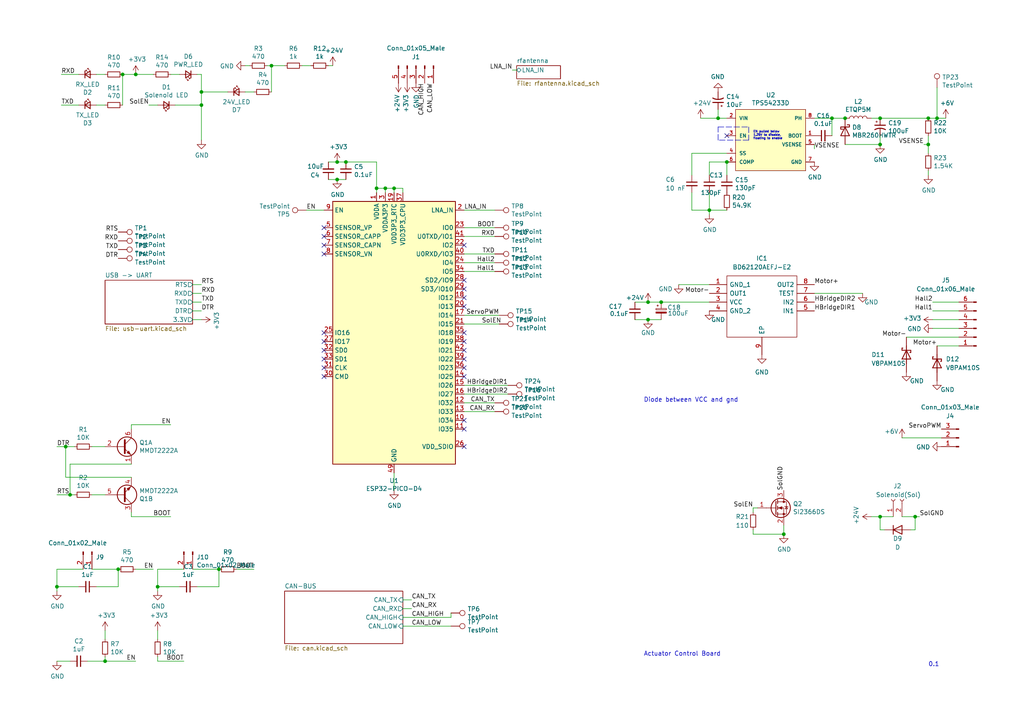
<source format=kicad_sch>
(kicad_sch (version 20211123) (generator eeschema)
  (paper "A4")
  (lib_symbols
    (symbol "Connector:Conn_01x02_Female" (pin_names (offset 1.016) hide)
      (property "Reference" "J" (at 0 2.54 0))
      (property "Value" "Conn_01x02_Female" (at 0 -5.08 0))
      (symbol "Conn_01x02_Female_1_1"
        (pin passive line (at -5.08 0 0) (length 3.81) (name "Pin_1") (number "1"))
        (pin passive line (at -5.08 -2.54 0) (length 3.81) (name "Pin_2") (number "2"))
      )
    )
    (symbol "Connector:Conn_01x02_Male" (pin_names (offset 1.016) hide)
      (property "Reference" "J" (at 0 2.54 0))
      (property "Value" "Conn_01x02_Male" (at 0 -5.08 0))
      (symbol "Conn_01x02_Male_1_1"
        (pin passive line (at 5.08 0 180) (length 3.81) (name "Pin_1") (number "1"))
        (pin passive line (at 5.08 -2.54 180) (length 3.81) (name "Pin_2") (number "2"))
      )
    )
    (symbol "Connector:Conn_01x03_Male" (pin_names (offset 1.016) hide)
      (property "Reference" "J" (at 0 5.08 0))
      (property "Value" "Conn_01x03_Male" (at 0 -5.08 0))
      (symbol "Conn_01x03_Male_1_1"
        (pin passive line (at 5.08 2.54 180) (length 3.81) (name "Pin_1") (number "1"))
        (pin passive line (at 5.08 0 180) (length 3.81) (name "Pin_2") (number "2"))
        (pin passive line (at 5.08 -2.54 180) (length 3.81) (name "Pin_3") (number "3"))
      )
    )
    (symbol "Connector:Conn_01x05_Male" (pin_names (offset 1.016) hide)
      (property "Reference" "J" (at 0 7.62 0))
      (property "Value" "Conn_01x05_Male" (at 0 -7.62 0))
      (symbol "Conn_01x05_Male_1_1"
        (pin passive line (at 5.08 5.08 180) (length 3.81) (name "Pin_1") (number "1"))
        (pin passive line (at 5.08 2.54 180) (length 3.81) (name "Pin_2") (number "2"))
        (pin passive line (at 5.08 0 180) (length 3.81) (name "Pin_3") (number "3"))
        (pin passive line (at 5.08 -2.54 180) (length 3.81) (name "Pin_4") (number "4"))
        (pin passive line (at 5.08 -5.08 180) (length 3.81) (name "Pin_5") (number "5"))
      )
    )
    (symbol "Connector:Conn_01x06_Male" (pin_names (offset 1.016) hide)
      (property "Reference" "J" (at 0 7.62 0))
      (property "Value" "Conn_01x06_Male" (at 0 -10.16 0))
      (symbol "Conn_01x06_Male_1_1"
        (pin passive line (at 5.08 5.08 180) (length 3.81) (name "Pin_1") (number "1"))
        (pin passive line (at 5.08 2.54 180) (length 3.81) (name "Pin_2") (number "2"))
        (pin passive line (at 5.08 0 180) (length 3.81) (name "Pin_3") (number "3"))
        (pin passive line (at 5.08 -2.54 180) (length 3.81) (name "Pin_4") (number "4"))
        (pin passive line (at 5.08 -5.08 180) (length 3.81) (name "Pin_5") (number "5"))
        (pin passive line (at 5.08 -7.62 180) (length 3.81) (name "Pin_6") (number "6"))
      )
    )
    (symbol "Connector:TestPoint" (pin_numbers hide) (pin_names (offset 0.762) hide)
      (property "Reference" "TP" (at 0 6.858 0))
      (property "Value" "TestPoint" (at 0 5.08 0))
      (symbol "TestPoint_1_1"
        (pin passive line (at 0 0 90) (length 2.54) (name "1") (number "1"))
      )
    )
    (symbol "Device:CP1_Small" (pin_numbers hide) (pin_names (offset 0.254) hide)
      (property "Reference" "C" (at 0.254 1.778 0))
      (property "Value" "Device_CP1_Small" (at 0.254 -2.032 0))
      (symbol "CP1_Small_1_1"
        (pin passive line (at 0 2.54 270) (length 2.032) (name "~") (number "1"))
        (pin passive line (at 0 -2.54 90) (length 2.032) (name "~") (number "2"))
      )
    )
    (symbol "Device:C_Polarized_Small" (pin_numbers hide) (pin_names (offset 0.254) hide)
      (property "Reference" "C" (at 0.254 1.778 0))
      (property "Value" "C_Polarized_Small" (at 0.254 -2.032 0))
      (symbol "C_Polarized_Small_1_1"
        (pin passive line (at 0 2.54 270) (length 1.8542) (name "~") (number "1"))
        (pin passive line (at 0 -2.54 90) (length 1.8542) (name "~") (number "2"))
      )
    )
    (symbol "Device:C_Small" (pin_numbers hide) (pin_names (offset 0.254) hide)
      (property "Reference" "C" (at 0.254 1.778 0))
      (property "Value" "C_Small" (at 0.254 -2.032 0))
      (symbol "C_Small_1_1"
        (pin passive line (at 0 2.54 270) (length 2.032) (name "~") (number "1"))
        (pin passive line (at 0 -2.54 90) (length 2.032) (name "~") (number "2"))
      )
    )
    (symbol "Device:D" (pin_numbers hide) (pin_names (offset 1.016) hide)
      (property "Reference" "D" (at 0 2.54 0))
      (property "Value" "D" (at 0 -2.54 0))
      (symbol "D_1_1"
        (pin passive line (at -3.81 0 0) (length 2.54) (name "K") (number "1"))
        (pin passive line (at 3.81 0 180) (length 2.54) (name "A") (number "2"))
      )
    )
    (symbol "Device:L" (pin_numbers hide) (pin_names (offset 1.016) hide)
      (property "Reference" "L" (at -1.27 0 90))
      (property "Value" "L" (at 1.905 0 90))
      (symbol "L_1_1"
        (pin passive line (at 0 3.81 270) (length 1.27) (name "1") (number "1"))
        (pin passive line (at 0 -3.81 90) (length 1.27) (name "2") (number "2"))
      )
    )
    (symbol "Device:LED_Small" (pin_numbers hide) (pin_names (offset 0.254) hide)
      (property "Reference" "D" (at -1.27 3.175 0))
      (property "Value" "LED_Small" (at -4.445 -2.54 0))
      (symbol "LED_Small_1_1"
        (pin passive line (at -2.54 0 0) (length 1.778) (name "K") (number "1"))
        (pin passive line (at 2.54 0 180) (length 1.778) (name "A") (number "2"))
      )
    )
    (symbol "Device:R_Small" (pin_numbers hide) (pin_names (offset 0.254) hide)
      (property "Reference" "R" (at 0.762 0.508 0))
      (property "Value" "R_Small" (at 0.762 -1.016 0))
      (symbol "R_Small_1_1"
        (pin passive line (at 0 2.54 270) (length 0.762) (name "~") (number "1"))
        (pin passive line (at 0 -2.54 90) (length 0.762) (name "~") (number "2"))
      )
    )
    (symbol "Diode:B340" (pin_numbers hide) (pin_names (offset 1.016) hide)
      (property "Reference" "D" (at 0 2.54 0))
      (property "Value" "B340" (at 0 -2.54 0))
      (symbol "B340_1_1"
        (pin passive line (at -3.81 0 0) (length 2.54) (name "K") (number "1"))
        (pin passive line (at 3.81 0 180) (length 2.54) (name "A") (number "2"))
      )
    )
    (symbol "RF_Module:ESP32-PICO-D4"
      (property "Reference" "U" (at -17.78 39.37 0))
      (property "Value" "ESP32-PICO-D4" (at 3.81 39.37 0))
      (symbol "ESP32-PICO-D4_0_0"
        (pin power_in line (at -5.08 40.64 270) (length 2.54) (name "VDDA") (number "1"))
        (pin input line (at 20.32 -25.4 180) (length 2.54) (name "IO34") (number "10"))
        (pin input line (at 20.32 -27.94 180) (length 2.54) (name "IO35") (number "11"))
        (pin bidirectional line (at 20.32 -20.32 180) (length 2.54) (name "IO32") (number "12"))
        (pin bidirectional line (at 20.32 -22.86 180) (length 2.54) (name "IO33") (number "13"))
        (pin bidirectional line (at 20.32 -12.7 180) (length 2.54) (name "IO25") (number "14"))
        (pin bidirectional line (at 20.32 -15.24 180) (length 2.54) (name "IO26") (number "15"))
        (pin bidirectional line (at 20.32 -17.78 180) (length 2.54) (name "IO27") (number "16"))
        (pin bidirectional line (at 20.32 5.08 180) (length 2.54) (name "IO14") (number "17"))
        (pin bidirectional line (at 20.32 10.16 180) (length 2.54) (name "IO12") (number "18"))
        (pin power_in line (at 0 40.64 270) (length 2.54) (name "VDD3P3_RTC") (number "19"))
        (pin bidirectional line (at 20.32 35.56 180) (length 2.54) (name "LNA_IN") (number "2"))
        (pin bidirectional line (at 20.32 7.62 180) (length 2.54) (name "IO13") (number "20"))
        (pin bidirectional line (at 20.32 2.54 180) (length 2.54) (name "IO15") (number "21"))
        (pin bidirectional line (at 20.32 25.4 180) (length 2.54) (name "IO2") (number "22"))
        (pin bidirectional line (at 20.32 30.48 180) (length 2.54) (name "IO0") (number "23"))
        (pin bidirectional line (at 20.32 20.32 180) (length 2.54) (name "IO4") (number "24"))
        (pin bidirectional line (at -20.32 0 0) (length 2.54) (name "IO16") (number "25"))
        (pin power_out line (at 20.32 -33.02 180) (length 2.54) (name "VDD_SDIO") (number "26"))
        (pin bidirectional line (at -20.32 -2.54 0) (length 2.54) (name "IO17") (number "27"))
        (pin bidirectional line (at 20.32 15.24 180) (length 2.54) (name "SD2/IO9") (number "28"))
        (pin bidirectional line (at 20.32 12.7 180) (length 2.54) (name "SD3/IO10") (number "29"))
        (pin power_in line (at -2.54 40.64 270) (length 2.54) (name "VDDA3P3") (number "3"))
        (pin bidirectional line (at -20.32 -12.7 0) (length 2.54) (name "CMD") (number "30"))
        (pin bidirectional line (at -20.32 -10.16 0) (length 2.54) (name "CLK") (number "31"))
        (pin bidirectional line (at -20.32 -5.08 0) (length 2.54) (name "SD0") (number "32"))
        (pin bidirectional line (at -20.32 -7.62 0) (length 2.54) (name "SD1") (number "33"))
        (pin bidirectional line (at 20.32 17.78 180) (length 2.54) (name "IO5") (number "34"))
        (pin bidirectional line (at 20.32 0 180) (length 2.54) (name "IO18") (number "35"))
        (pin bidirectional line (at 20.32 -10.16 180) (length 2.54) (name "IO23") (number "36"))
        (pin power_in line (at 2.54 40.64 270) (length 2.54) (name "VDD3P3_CPU") (number "37"))
        (pin bidirectional line (at 20.32 -2.54 180) (length 2.54) (name "IO19") (number "38"))
        (pin bidirectional line (at 20.32 -7.62 180) (length 2.54) (name "IO22") (number "39"))
        (pin passive line (at -2.54 40.64 270) (length 2.54) hide (name "VDDA3P3") (number "4"))
        (pin bidirectional line (at 20.32 22.86 180) (length 2.54) (name "U0RXD/IO3") (number "40"))
        (pin bidirectional line (at 20.32 27.94 180) (length 2.54) (name "U0TXD/IO1") (number "41"))
        (pin bidirectional line (at 20.32 -5.08 180) (length 2.54) (name "IO21") (number "42"))
        (pin passive line (at -5.08 40.64 270) (length 2.54) hide (name "VDDA") (number "43"))
        (pin no_connect line (at -17.78 -25.4 0) (length 2.54) hide (name "XTAL_N_NC") (number "44"))
        (pin no_connect line (at -17.78 -27.94 0) (length 2.54) hide (name "XTAL_P_NC") (number "45"))
        (pin passive line (at -5.08 40.64 270) (length 2.54) hide (name "VDDA") (number "46"))
        (pin no_connect line (at -17.78 -30.48 0) (length 2.54) hide (name "CAP2_NC") (number "47"))
        (pin no_connect line (at -17.78 -33.02 0) (length 2.54) hide (name "CAP1_NC") (number "48"))
        (pin power_in line (at 0 -40.64 90) (length 2.54) (name "GND") (number "49"))
        (pin input line (at -20.32 30.48 0) (length 2.54) (name "SENSOR_VP") (number "5"))
        (pin input line (at -20.32 27.94 0) (length 2.54) (name "SENSOR_CAPP") (number "6"))
        (pin input line (at -20.32 25.4 0) (length 2.54) (name "SENSOR_CAPN") (number "7"))
        (pin input line (at -20.32 22.86 0) (length 2.54) (name "SENSOR_VN") (number "8"))
        (pin input line (at -20.32 35.56 0) (length 2.54) (name "EN") (number "9"))
      )
    )
    (symbol "Transistor_BJT:MMDT2222A" (pin_names (offset 0) hide)
      (property "Reference" "Q" (at 5.08 1.27 0))
      (property "Value" "MMDT2222A" (at 5.08 -1.27 0))
      (symbol "MMDT2222A_1_1"
        (pin passive line (at 2.54 -5.08 90) (length 2.54) (name "E1") (number "1"))
        (pin input line (at -5.08 0 0) (length 2.54) (name "B1") (number "2"))
        (pin passive line (at 2.54 5.08 270) (length 2.54) (name "C1") (number "6"))
      )
      (symbol "MMDT2222A_2_1"
        (pin passive line (at 2.54 5.08 270) (length 2.54) (name "C2") (number "3"))
        (pin passive line (at 2.54 -5.08 90) (length 2.54) (name "E2") (number "4"))
        (pin input line (at -5.08 0 0) (length 2.54) (name "B2") (number "5"))
      )
    )
    (symbol "Transistor_FET:DMN3404L" (pin_names hide)
      (property "Reference" "Q" (at 5.08 1.905 0))
      (property "Value" "DMN3404L" (at 5.08 0 0))
      (symbol "DMN3404L_1_1"
        (pin input line (at -5.08 0 0) (length 2.54) (name "G") (number "1"))
        (pin passive line (at 2.54 -5.08 90) (length 2.54) (name "S") (number "2"))
        (pin passive line (at 2.54 5.08 270) (length 2.54) (name "D") (number "3"))
      )
    )
    (symbol "iclr:BD62120AEFJ-E2" (pin_names (offset 0.762))
      (property "Reference" "IC" (at 26.67 7.62 0))
      (property "Value" "BD62120AEFJ-E2" (at 26.67 5.08 0))
      (symbol "BD62120AEFJ-E2_0_0"
        (pin passive line (at 0 0 0) (length 5.08) (name "GND_1") (number "1"))
        (pin passive line (at 0 -2.54 0) (length 5.08) (name "OUT1") (number "2"))
        (pin passive line (at 0 -5.08 0) (length 5.08) (name "VCC") (number "3"))
        (pin passive line (at 0 -7.62 0) (length 5.08) (name "GND_2") (number "4"))
        (pin passive line (at 30.48 -7.62 180) (length 5.08) (name "IN1") (number "5"))
        (pin passive line (at 30.48 -5.08 180) (length 5.08) (name "IN2") (number "6"))
        (pin passive line (at 30.48 -2.54 180) (length 5.08) (name "TEST") (number "7"))
        (pin passive line (at 30.48 0 180) (length 5.08) (name "OUT2") (number "8"))
        (pin passive line (at 15.24 -20.32 90) (length 5.08) (name "EP") (number "9"))
      )
    )
    (symbol "iclr:TPS54233D" (pin_names (offset 1.016))
      (property "Reference" "U" (at 0 5.08 0))
      (property "Value" "TPS54233D" (at 0 7.62 0))
      (symbol "TPS54233D_1_1"
        (pin passive line (at 27.94 -5.08 180) (length 2.54) (name "BOOT") (number "1"))
        (pin power_in line (at 2.54 0 0) (length 2.54) (name "VIN") (number "2"))
        (pin input line (at 2.54 -5.08 0) (length 2.54) (name "EN") (number "3"))
        (pin input line (at 2.54 -10.16 0) (length 2.54) (name "SS") (number "4"))
        (pin input line (at 27.94 -7.62 180) (length 2.54) (name "VSENSE") (number "5"))
        (pin passive line (at 2.54 -12.7 0) (length 2.54) (name "COMP") (number "6"))
        (pin power_in line (at 27.94 -12.7 180) (length 2.54) (name "GND") (number "7"))
        (pin power_in line (at 27.94 0 180) (length 2.54) (name "PH") (number "8"))
      )
    )
    (symbol "iclr:V3PAN50-M3{brace}slash}I" (pin_numbers hide) (pin_names (offset 1.016) hide)
      (property "Reference" "D" (at -2.286 1.905 0))
      (property "Value" "V3PAN50-M3{brace}slash}I" (at -2.286 -3.429 0))
      (symbol "V3PAN50-M3{brace}slash}I_0_0"
        (pin passive line (at -5.08 0 0) (length 2.54) (name "~") (number "A"))
        (pin passive line (at 5.08 0 180) (length 2.54) (name "~") (number "C"))
      )
    )
    (symbol "power:+24V" (power) (pin_names (offset 0))
      (property "Value" "+24V" (at 0 3.556 0))
      (symbol "+24V_1_1"
        (pin power_in line (at 0 0 90) (length 0) hide (name "+24V") (number "1"))
      )
    )
    (symbol "power:+3.3V" (power) (pin_names (offset 0))
      (property "Value" "+3.3V" (at 0 3.556 0))
      (symbol "+3.3V_1_1"
        (pin power_in line (at 0 0 90) (length 0) hide (name "+3V3") (number "1"))
      )
    )
    (symbol "power:+6V" (power) (pin_names (offset 0))
      (property "Value" "+6V" (at 0 3.556 0))
      (symbol "+6V_1_1"
        (pin power_in line (at 0 0 90) (length 0) hide (name "+6V") (number "1"))
      )
    )
    (symbol "power:GND" (power) (pin_names (offset 0))
      (property "Value" "GND" (at 0 -3.81 0))
      (symbol "GND_1_1"
        (pin power_in line (at 0 0 270) (length 0) hide (name "GND") (number "1"))
      )
    )
  )
  (junction (at 39.37 21.59))
  (junction (at 265.43 149.86))
  (junction (at 255.27 34.29))
  (junction (at 241.3 34.29))
  (junction (at 187.96 87.63))
  (junction (at 20.32 143.51))
  (junction (at 97.79 46.99))
  (junction (at 63.5 165.1))
  (junction (at 109.22 54.61))
  (junction (at 58.42 26.67))
  (junction (at 269.24 41.91))
  (junction (at 271.78 34.29))
  (junction (at 34.29 165.1))
  (junction (at 245.11 34.29))
  (junction (at 30.48 191.77))
  (junction (at 205.74 60.96))
  (junction (at 255.27 41.91))
  (junction (at 187.96 92.71))
  (junction (at 269.24 34.29))
  (junction (at 255.27 149.86))
  (junction (at 208.28 34.29))
  (junction (at 45.72 170.18))
  (junction (at 100.33 46.99))
  (junction (at 35.56 21.59))
  (junction (at 111.76 54.61))
  (junction (at 78.74 19.05))
  (junction (at 16.51 170.18))
  (junction (at 114.3 54.61))
  (junction (at 58.42 30.48))
  (junction (at 97.79 52.07))
  (junction (at 19.05 129.54))
  (junction (at 227.33 154.94))
  (junction (at 191.77 87.63))
  (junction (at 210.82 46.99))
  (no_connect (at 134.62 83.82))
  (no_connect (at 134.62 99.06))
  (no_connect (at 134.62 96.52))
  (no_connect (at 93.98 68.58))
  (no_connect (at 93.98 66.04))
  (no_connect (at 134.62 109.22))
  (no_connect (at 210.82 39.37))
  (no_connect (at 93.98 104.14))
  (no_connect (at 93.98 96.52))
  (no_connect (at 134.62 129.54))
  (no_connect (at 134.62 88.9))
  (no_connect (at 93.98 99.06))
  (no_connect (at 134.62 121.92))
  (no_connect (at 134.62 71.12))
  (no_connect (at 93.98 106.68))
  (no_connect (at 134.62 124.46))
  (no_connect (at 134.62 86.36))
  (no_connect (at 134.62 81.28))
  (no_connect (at 93.98 109.22))
  (no_connect (at 93.98 101.6))
  (no_connect (at 93.98 71.12))
  (no_connect (at 93.98 73.66))
  (no_connect (at 134.62 104.14))
  (no_connect (at 134.62 101.6))
  (no_connect (at 134.62 106.68))
  (wire (pts (xy 30.48 191.77) (xy 30.48 190.5)))
  (wire (pts (xy 17.78 21.59) (xy 22.86 21.59)))
  (wire (pts (xy 200.66 60.96) (xy 205.74 60.96)))
  (wire (pts (xy 58.42 26.67) (xy 58.42 30.48)))
  (wire (pts (xy 111.76 54.61) (xy 111.76 55.88)))
  (wire (pts (xy 58.42 30.48) (xy 58.42 40.64)))
  (wire (pts (xy 114.3 54.61) (xy 116.84 54.61)))
  (wire (pts (xy 63.5 170.18) (xy 63.5 165.1)))
  (wire (pts (xy 38.1 148.59) (xy 38.1 149.86)))
  (wire (pts (xy 261.62 149.86) (xy 265.43 149.86)))
  (wire (pts (xy 255.27 34.29) (xy 269.24 34.29)))
  (wire (pts (xy 66.04 26.67) (xy 58.42 26.67)))
  (wire (pts (xy 20.32 143.51) (xy 16.51 143.51)))
  (wire (pts (xy 187.96 87.63) (xy 191.77 87.63)))
  (wire (pts (xy 16.51 191.77) (xy 20.32 191.77)))
  (wire (pts (xy 227.33 154.94) (xy 218.44 154.94)))
  (wire (pts (xy 241.3 39.37) (xy 241.3 34.29)))
  (wire (pts (xy 187.96 92.71) (xy 191.77 92.71)))
  (wire (pts (xy 116.84 173.99) (xy 119.38 173.99)))
  (wire (pts (xy 116.84 179.07) (xy 130.81 179.07)))
  (wire (pts (xy 210.82 46.99) (xy 210.82 50.8)))
  (wire (pts (xy 38.1 124.46) (xy 38.1 123.19)))
  (wire (pts (xy 45.72 165.1) (xy 53.34 165.1)))
  (wire (pts (xy 149.86 20.32) (xy 148.59 20.32)))
  (wire (pts (xy 58.42 21.59) (xy 57.15 21.59)))
  (wire (pts (xy 269.24 34.29) (xy 271.78 34.29)))
  (wire (pts (xy 19.05 129.54) (xy 16.51 129.54)))
  (wire (pts (xy 55.88 82.55) (xy 58.42 82.55)))
  (wire (pts (xy 21.59 143.51) (xy 20.32 143.51)))
  (wire (pts (xy 205.74 46.99) (xy 205.74 50.8)))
  (wire (pts (xy 278.13 87.63) (xy 270.51 87.63)))
  (wire (pts (xy 265.43 149.86) (xy 266.7 149.86)))
  (wire (pts (xy 116.84 181.61) (xy 130.81 181.61)))
  (wire (pts (xy 278.13 97.79) (xy 262.89 97.79)))
  (wire (pts (xy 134.62 78.74) (xy 143.51 78.74)))
  (wire (pts (xy 134.62 111.76) (xy 147.32 111.76)))
  (wire (pts (xy 16.51 170.18) (xy 16.51 171.45)))
  (wire (pts (xy 205.74 60.96) (xy 205.74 62.23)))
  (wire (pts (xy 71.12 26.67) (xy 73.66 26.67)))
  (wire (pts (xy 55.88 87.63) (xy 58.42 87.63)))
  (wire (pts (xy 57.15 170.18) (xy 63.5 170.18)))
  (wire (pts (xy 73.66 165.1) (xy 68.58 165.1)))
  (wire (pts (xy 109.22 46.99) (xy 109.22 54.61)))
  (wire (pts (xy 27.94 30.48) (xy 30.48 30.48)))
  (wire (pts (xy 16.51 165.1) (xy 16.51 170.18)))
  (wire (pts (xy 143.51 60.96) (xy 134.62 60.96)))
  (wire (pts (xy 88.9 60.96) (xy 93.98 60.96)))
  (wire (pts (xy 134.62 114.3) (xy 147.32 114.3)))
  (wire (pts (xy 30.48 182.88) (xy 30.48 185.42)))
  (wire (pts (xy 20.32 134.62) (xy 38.1 134.62)))
  (wire (pts (xy 210.82 60.96) (xy 205.74 60.96)))
  (wire (pts (xy 210.82 44.45) (xy 200.66 44.45)))
  (wire (pts (xy 278.13 92.71) (xy 270.51 92.71)))
  (wire (pts (xy 208.28 34.29) (xy 203.2 34.29)))
  (wire (pts (xy 196.85 82.55) (xy 205.74 82.55)))
  (wire (pts (xy 278.13 95.25) (xy 270.51 95.25)))
  (wire (pts (xy 267.97 41.91) (xy 269.24 41.91)))
  (wire (pts (xy 200.66 55.88) (xy 200.66 60.96)))
  (wire (pts (xy 227.33 152.4) (xy 227.33 154.94)))
  (polyline (pts (xy 217.17 40.64) (xy 208.28 40.64)))
  (wire (pts (xy 87.63 19.05) (xy 90.17 19.05)))
  (wire (pts (xy 55.88 92.71) (xy 58.42 92.71)))
  (wire (pts (xy 265.43 153.67) (xy 265.43 149.86)))
  (wire (pts (xy 200.66 44.45) (xy 200.66 50.8)))
  (wire (pts (xy 208.28 34.29) (xy 208.28 31.75)))
  (wire (pts (xy 19.05 138.43) (xy 38.1 138.43)))
  (wire (pts (xy 109.22 54.61) (xy 111.76 54.61)))
  (wire (pts (xy 78.74 19.05) (xy 82.55 19.05)))
  (wire (pts (xy 191.77 87.63) (xy 205.74 87.63)))
  (wire (pts (xy 269.24 39.37) (xy 269.24 41.91)))
  (wire (pts (xy 218.44 153.67) (xy 218.44 154.94)))
  (wire (pts (xy 77.47 19.05) (xy 78.74 19.05)))
  (wire (pts (xy 22.86 170.18) (xy 16.51 170.18)))
  (wire (pts (xy 44.45 165.1) (xy 39.37 165.1)))
  (wire (pts (xy 134.62 68.58) (xy 143.51 68.58)))
  (wire (pts (xy 27.94 21.59) (xy 30.48 21.59)))
  (wire (pts (xy 71.12 19.05) (xy 72.39 19.05)))
  (wire (pts (xy 255.27 39.37) (xy 255.27 41.91)))
  (wire (pts (xy 271.78 34.29) (xy 274.32 34.29)))
  (wire (pts (xy 134.62 116.84) (xy 143.51 116.84)))
  (wire (pts (xy 17.78 30.48) (xy 22.86 30.48)))
  (wire (pts (xy 52.07 170.18) (xy 45.72 170.18)))
  (wire (pts (xy 236.22 34.29) (xy 241.3 34.29)))
  (wire (pts (xy 134.62 76.2) (xy 143.51 76.2)))
  (wire (pts (xy 35.56 21.59) (xy 39.37 21.59)))
  (wire (pts (xy 218.44 148.59) (xy 218.44 147.32)))
  (wire (pts (xy 271.78 100.33) (xy 278.13 100.33)))
  (wire (pts (xy 116.84 176.53) (xy 119.38 176.53)))
  (wire (pts (xy 21.59 129.54) (xy 19.05 129.54)))
  (wire (pts (xy 55.88 165.1) (xy 63.5 165.1)))
  (wire (pts (xy 256.54 153.67) (xy 255.27 153.67)))
  (wire (pts (xy 25.4 191.77) (xy 30.48 191.77)))
  (wire (pts (xy 45.72 170.18) (xy 45.72 171.45)))
  (wire (pts (xy 45.72 191.77) (xy 45.72 190.5)))
  (wire (pts (xy 26.67 143.51) (xy 30.48 143.51)))
  (wire (pts (xy 49.53 21.59) (xy 52.07 21.59)))
  (wire (pts (xy 245.11 41.91) (xy 255.27 41.91)))
  (polyline (pts (xy 208.28 40.64) (xy 208.28 36.83)))
  (wire (pts (xy 130.81 179.07) (xy 130.81 177.8)))
  (wire (pts (xy 97.79 52.07) (xy 100.33 52.07)))
  (wire (pts (xy 45.72 30.48) (xy 43.18 30.48)))
  (wire (pts (xy 252.73 34.29) (xy 255.27 34.29)))
  (wire (pts (xy 236.22 43.18) (xy 236.22 41.91)))
  (wire (pts (xy 78.74 19.05) (xy 78.74 26.67)))
  (wire (pts (xy 273.05 127) (xy 261.62 127)))
  (wire (pts (xy 58.42 21.59) (xy 58.42 26.67)))
  (wire (pts (xy 269.24 41.91) (xy 269.24 44.45)))
  (wire (pts (xy 97.79 46.99) (xy 100.33 46.99)))
  (wire (pts (xy 184.15 92.71) (xy 187.96 92.71)))
  (wire (pts (xy 38.1 149.86) (xy 49.53 149.86)))
  (wire (pts (xy 95.25 52.07) (xy 97.79 52.07)))
  (wire (pts (xy 264.16 153.67) (xy 265.43 153.67)))
  (wire (pts (xy 271.78 25.4) (xy 271.78 34.29)))
  (wire (pts (xy 53.34 191.77) (xy 45.72 191.77)))
  (wire (pts (xy 252.73 149.86) (xy 255.27 149.86)))
  (wire (pts (xy 184.15 87.63) (xy 187.96 87.63)))
  (wire (pts (xy 55.88 90.17) (xy 58.42 90.17)))
  (wire (pts (xy 111.76 54.61) (xy 114.3 54.61)))
  (wire (pts (xy 55.88 85.09) (xy 58.42 85.09)))
  (wire (pts (xy 205.74 55.88) (xy 205.74 60.96)))
  (wire (pts (xy 218.44 147.32) (xy 219.71 147.32)))
  (wire (pts (xy 30.48 129.54) (xy 26.67 129.54)))
  (wire (pts (xy 34.29 170.18) (xy 34.29 165.1)))
  (wire (pts (xy 116.84 54.61) (xy 116.84 55.88)))
  (wire (pts (xy 236.22 85.09) (xy 250.19 85.09)))
  (wire (pts (xy 38.1 123.19) (xy 49.53 123.19)))
  (wire (pts (xy 134.62 73.66) (xy 143.51 73.66)))
  (wire (pts (xy 269.24 49.53) (xy 269.24 50.8)))
  (polyline (pts (xy 208.28 36.83) (xy 217.17 36.83)))
  (wire (pts (xy 100.33 46.99) (xy 109.22 46.99)))
  (wire (pts (xy 20.32 143.51) (xy 20.32 134.62)))
  (wire (pts (xy 39.37 21.59) (xy 44.45 21.59)))
  (wire (pts (xy 95.25 46.99) (xy 97.79 46.99)))
  (wire (pts (xy 278.13 90.17) (xy 270.51 90.17)))
  (wire (pts (xy 134.62 66.04) (xy 143.51 66.04)))
  (wire (pts (xy 30.48 191.77) (xy 39.37 191.77)))
  (wire (pts (xy 255.27 149.86) (xy 255.27 153.67)))
  (wire (pts (xy 134.62 93.98) (xy 144.78 93.98)))
  (wire (pts (xy 134.62 91.44) (xy 144.78 91.44)))
  (wire (pts (xy 134.62 119.38) (xy 143.51 119.38)))
  (wire (pts (xy 35.56 21.59) (xy 35.56 30.48)))
  (wire (pts (xy 210.82 34.29) (xy 208.28 34.29)))
  (wire (pts (xy 109.22 54.61) (xy 109.22 55.88)))
  (wire (pts (xy 50.8 30.48) (xy 58.42 30.48)))
  (wire (pts (xy 19.05 129.54) (xy 19.05 138.43)))
  (wire (pts (xy 95.25 19.05) (xy 96.52 19.05)))
  (wire (pts (xy 255.27 149.86) (xy 259.08 149.86)))
  (polyline (pts (xy 217.17 36.83) (xy 217.17 40.64)))
  (wire (pts (xy 114.3 137.16) (xy 114.3 142.24)))
  (wire (pts (xy 27.94 170.18) (xy 34.29 170.18)))
  (wire (pts (xy 45.72 165.1) (xy 45.72 170.18)))
  (wire (pts (xy 210.82 46.99) (xy 205.74 46.99)))
  (wire (pts (xy 245.11 34.29) (xy 241.3 34.29)))
  (wire (pts (xy 26.67 165.1) (xy 34.29 165.1)))
  (wire (pts (xy 114.3 54.61) (xy 114.3 55.88)))
  (wire (pts (xy 45.72 182.88) (xy 45.72 185.42)))
  (wire (pts (xy 16.51 165.1) (xy 24.13 165.1)))
  (text "Diode between VCC and gnd\n" (at 186.69 116.84 0) (effects (font (size 1.27 1.27)) (justify left bottom)))
  (text "EN pulled below \n1.25V to disable, \nfloating to enable\n" (at 218.44 40.64 0) (effects (font (size 0.6096 0.6096)) (justify left bottom)))
  (text "0.1\n\n" (at 269.24 195.58 0) (effects (font (size 1.27 1.27)) (justify left bottom)))
  (text "Actuator Control Board\n" (at 186.69 190.5 0) (effects (font (size 1.27 1.27)) (justify left bottom)))
  (label "DTR" (at 58.42 90.17 0))
  (label "HBridgeDIR2" (at 147.32 114.3 180))
  (label "RTS" (at 16.51 143.51 0))
  (label "SolEN" (at 218.44 147.32 180))
  (label "VSENSE" (at 236.22 43.18 0))
  (label "TXD" (at 143.51 73.66 180))
  (label "BOOT" (at 143.51 66.04 180))
  (label "Hall1" (at 270.51 90.17 180))
  (label "HBridgeDIR1" (at 236.22 90.17 0))
  (label "Motor-" (at 262.89 97.79 180))
  (label "HBridgeDIR2" (at 236.22 87.63 0))
  (label "CAN_HIGH" (at 119.38 179.07 0))
  (label "SolEN" (at 139.7 93.98 0))
  (label "DTR" (at 34.29 74.93 180))
  (label "TXD" (at 58.42 87.63 0))
  (label "RXD" (at 34.29 69.85 180))
  (label "SolGND" (at 266.7 149.86 0))
  (label "CAN_TX" (at 143.51 116.84 180))
  (label "SolEN" (at 43.18 30.48 180))
  (label "HBridgeDIR1" (at 147.32 111.76 180))
  (label "BOOT" (at 53.34 191.77 180))
  (label "Motor+" (at 271.78 100.33 180))
  (label "ServoPWM" (at 144.78 91.44 180))
  (label "Hall1" (at 143.51 78.74 180))
  (label "LNA_IN" (at 148.59 20.32 180))
  (label "CAN_LOW" (at 125.73 24.13 270))
  (label "Motor+" (at 236.22 82.55 0))
  (label "CAN_RX" (at 143.51 119.38 180))
  (label "RTS" (at 58.42 82.55 0))
  (label "CAN_HIGH" (at 123.19 24.13 270))
  (label "CAN_TX" (at 119.38 173.99 0))
  (label "RXD" (at 58.42 85.09 0))
  (label "DTR" (at 16.51 129.54 0))
  (label "BOOT" (at 73.66 165.1 180))
  (label "EN" (at 44.45 165.1 180))
  (label "RXD" (at 17.78 21.59 0))
  (label "ServoPWM" (at 273.05 124.46 180))
  (label "VSENSE" (at 267.97 41.91 180))
  (label "SolGND" (at 227.33 142.24 90))
  (label "LNA_IN" (at 134.62 60.96 0))
  (label "EN" (at 88.9 60.96 0))
  (label "EN" (at 49.53 123.19 180))
  (label "TXD" (at 34.29 72.39 180))
  (label "RXD" (at 143.51 68.58 180))
  (label "CAN_RX" (at 119.38 176.53 0))
  (label "RTS" (at 34.29 67.31 180))
  (label "Motor-" (at 205.74 85.09 180))
  (label "CAN_LOW" (at 119.38 181.61 0))
  (label "Hall2" (at 143.51 76.2 180))
  (label "BOOT" (at 49.53 149.86 180))
  (label "TXD" (at 17.78 30.48 0))
  (label "Hall2" (at 270.51 87.63 180))
  (label "EN" (at 39.37 191.77 180))
  (symbol (lib_id "power:GND") (at 114.3 142.24 0) (unit 1)
    (property "Reference" "#PWR021" (effects hide))
    (property "Value" "GND" (at 114.427 146.6342 0))
  )
  (symbol (lib_id "power:+3.3V") (at 30.48 182.88 0) (unit 1)
    (property "Reference" "#PWR06" (effects hide))
    (property "Value" "+3.3V" (at 30.861 178.4858 0))
  )
  (symbol (lib_id "Device:R_Small") (at 30.48 187.96 0) (unit 1)
    (property "Reference" "R7" (at 31.9786 186.7916 0) (effects (justify left)))
    (property "Value" "10K" (at 31.9786 189.103 0) (effects (justify left)))
    (property "Footprint" "Resistor_SMD:R_0603_1608Metric" (effects hide))
  )
  (symbol (lib_id "Device:C_Small") (at 22.86 191.77 270) (unit 1)
    (property "Reference" "C2" (at 22.86 185.9534 90))
    (property "Value" "1uF" (at 22.86 188.2648 90))
    (property "Footprint" "Capacitor_SMD:C_0603_1608Metric" (effects hide))
  )
  (symbol (lib_id "power:GND") (at 16.51 191.77 0) (unit 1)
    (property "Reference" "#PWR03" (effects hide))
    (property "Value" "GND" (at 16.637 196.1642 0))
  )
  (symbol (lib_id "power:+3.3V") (at 45.72 182.88 0) (unit 1)
    (property "Reference" "#PWR09" (effects hide))
    (property "Value" "+3.3V" (at 46.101 178.4858 0))
  )
  (symbol (lib_id "Device:R_Small") (at 45.72 187.96 0) (unit 1)
    (property "Reference" "R8" (at 47.2186 186.7916 0) (effects (justify left)))
    (property "Value" "10K" (at 47.2186 189.103 0) (effects (justify left)))
    (property "Footprint" "Resistor_SMD:R_0603_1608Metric" (effects hide))
  )
  (symbol (lib_id "power:GND") (at 45.72 171.45 0) (unit 1)
    (property "Reference" "#PWR07" (effects hide))
    (property "Value" "GND" (at 45.847 175.8442 0))
  )
  (symbol (lib_id "Device:C_Small") (at 54.61 170.18 270) (unit 1)
    (property "Reference" "C3" (at 54.61 164.3634 90))
    (property "Value" "1uF" (at 54.61 166.6748 90))
    (property "Footprint" "Capacitor_SMD:C_0603_1608Metric" (effects hide))
  )
  (symbol (lib_id "Device:R_Small") (at 66.04 165.1 270) (unit 1)
    (property "Reference" "R9" (at 66.04 160.1216 90))
    (property "Value" "470" (at 66.04 162.433 90))
    (property "Footprint" "Resistor_SMD:R_0603_1608Metric" (effects hide))
  )
  (symbol (lib_id "power:GND") (at 16.51 171.45 0) (unit 1)
    (property "Reference" "#PWR02" (effects hide))
    (property "Value" "GND" (at 16.637 175.8442 0))
  )
  (symbol (lib_id "Device:C_Small") (at 25.4 170.18 270) (unit 1)
    (property "Reference" "C1" (at 25.4 164.3634 90))
    (property "Value" "1uF" (at 25.4 166.6748 90))
    (property "Footprint" "Capacitor_SMD:C_0603_1608Metric" (effects hide))
  )
  (symbol (lib_id "Device:R_Small") (at 36.83 165.1 270) (unit 1)
    (property "Reference" "R5" (at 36.83 160.1216 90))
    (property "Value" "470" (at 36.83 162.433 90))
    (property "Footprint" "Resistor_SMD:R_0603_1608Metric" (effects hide))
  )
  (symbol (lib_id "Device:LED_Small") (at 25.4 30.48 0) (unit 1)
    (property "Reference" "D3" (at 25.4 35.687 0))
    (property "Value" "TX_LED" (at 25.4 33.3756 0))
    (property "Footprint" "LED_SMD:LED_0603_1608Metric" (effects hide))
  )
  (symbol (lib_id "Device:LED_Small") (at 25.4 21.59 0) (unit 1)
    (property "Reference" "D2" (at 25.4 26.797 0))
    (property "Value" "RX_LED" (at 25.4 24.4856 0))
    (property "Footprint" "LED_SMD:LED_0603_1608Metric" (effects hide))
  )
  (symbol (lib_id "Device:R_Small") (at 33.02 21.59 270) (unit 1)
    (property "Reference" "R10" (at 33.02 16.6116 90))
    (property "Value" "470" (at 33.02 18.923 90))
    (property "Footprint" "Resistor_SMD:R_0603_1608Metric" (effects hide))
  )
  (symbol (lib_id "Device:R_Small") (at 33.02 30.48 270) (unit 1)
    (property "Reference" "R11" (at 33.02 25.5016 90))
    (property "Value" "470" (at 33.02 27.813 90))
    (property "Footprint" "Resistor_SMD:R_0603_1608Metric" (effects hide))
  )
  (symbol (lib_id "power:GND") (at 58.42 40.64 0) (unit 1)
    (property "Reference" "#PWR012" (effects hide))
    (property "Value" "GND" (at 58.547 45.0342 0))
  )
  (symbol (lib_id "Device:R_Small") (at 24.13 129.54 270) (unit 1)
    (property "Reference" "R1" (at 24.13 124.5616 90))
    (property "Value" "10K" (at 24.13 126.873 90))
    (property "Footprint" "Resistor_SMD:R_0603_1608Metric" (effects hide))
  )
  (symbol (lib_id "Device:R_Small") (at 24.13 143.51 270) (unit 1)
    (property "Reference" "R2" (at 24.13 138.5316 90))
    (property "Value" "10K" (at 24.13 140.843 90))
    (property "Footprint" "Resistor_SMD:R_0603_1608Metric" (effects hide))
  )
  (symbol (lib_id "power:+3.3V") (at 39.37 21.59 0) (unit 1)
    (property "Reference" "#PWR011" (effects hide))
    (property "Value" "+3.3V" (at 39.751 17.1958 0))
  )
  (symbol (lib_id "Device:LED_Small") (at 54.61 21.59 180) (unit 1)
    (property "Reference" "D6" (at 54.61 16.383 0))
    (property "Value" "PWR_LED" (at 54.61 18.6944 0))
    (property "Footprint" "LED_SMD:LED_0603_1608Metric" (effects hide))
  )
  (symbol (lib_id "Device:R_Small") (at 46.99 21.59 270) (unit 1)
    (property "Reference" "R14" (at 46.99 16.6116 90))
    (property "Value" "470" (at 46.99 18.923 90))
    (property "Footprint" "Resistor_SMD:R_0603_1608Metric" (effects hide))
  )
  (symbol (lib_id "Connector:TestPoint") (at 143.51 119.38 270) (unit 1)
    (property "Reference" "TP20" (at 148.2852 118.2116 90) (effects (justify left)))
    (property "Value" "TestPoint" (at 148.2852 120.523 90) (effects (justify left)))
    (property "Footprint" "TestPoint:TestPoint_THTPad_1.0x1.0mm_Drill0.5mm" (effects hide))
  )
  (symbol (lib_id "Connector:TestPoint") (at 143.51 116.84 270) (unit 1)
    (property "Reference" "TP21" (at 148.2852 115.6716 90) (effects (justify left)))
    (property "Value" "TestPoint" (at 148.2852 117.983 90) (effects (justify left)))
    (property "Footprint" "TestPoint:TestPoint_THTPad_1.0x1.0mm_Drill0.5mm" (effects hide))
  )
  (symbol (lib_id "Connector:Conn_01x02_Male") (at 26.67 160.02 270) (unit 1)
    (property "Reference" "J9" (at 27.7876 161.5948 90) (effects (justify left)))
    (property "Value" "Conn_01x02_Male" (at 13.97 157.48 90) (effects (justify left)))
    (property "Footprint" "Connector_PinHeader_2.54mm:PinHeader_1x02_P2.54mm_Vertical" (effects hide))
  )
  (symbol (lib_id "Connector:Conn_01x02_Male") (at 55.88 160.02 270) (unit 1)
    (property "Reference" "J10" (at 56.9976 161.5948 90) (effects (justify left)))
    (property "Value" "Conn_01x02_Male" (at 56.9976 163.9062 90) (effects (justify left)))
    (property "Footprint" "Connector_PinHeader_2.54mm:PinHeader_1x02_P2.54mm_Vertical" (effects hide))
  )
  (symbol (lib_id "Transistor_BJT:MMDT2222A") (at 35.56 129.54 0) (unit 1)
    (property "Reference" "Q1" (at 40.386 128.3716 0) (effects (justify left)))
    (property "Value" "MMDT2222A" (at 40.386 130.683 0) (effects (justify left)))
    (property "Footprint" "Package_TO_SOT_SMD:SOT-363_SC-70-6" (effects hide))
    (property "Datasheet" "http://www.diodes.com/_files/datasheets/ds30125.pdf" (effects hide))
  )
  (symbol (lib_id "Transistor_BJT:MMDT2222A") (at 35.56 143.51 0) (mirror x) (unit 2)
    (property "Reference" "Q1" (at 40.386 144.6784 0) (effects (justify left)))
    (property "Value" "MMDT2222A" (at 40.386 142.367 0) (effects (justify left)))
    (property "Footprint" "Package_TO_SOT_SMD:SOT-363_SC-70-6" (effects hide))
    (property "Datasheet" "http://www.diodes.com/_files/datasheets/ds30125.pdf" (effects hide))
  )
  (symbol (lib_id "RF_Module:ESP32-PICO-D4") (at 114.3 96.52 0) (unit 1)
    (property "Reference" "U1" (at 114.3 139.4206 0))
    (property "Value" "ESP32-PICO-D4" (at 114.3 141.732 0))
    (property "Footprint" "Package_DFN_QFN:QFN-48-1EP_7x7mm_P0.5mm_EP5.3x5.3mm" (effects hide))
    (property "Datasheet" "https://www.espressif.com/sites/default/files/documentation/esp32-pico-d4_datasheet_en.pdf" (effects hide))
  )
  (symbol (lib_id "iclr:TPS54233D") (at 208.28 34.29 0) (unit 1)
    (property "Reference" "U2" (at 223.52 27.559 0))
    (property "Value" "TPS54233D" (at 223.52 29.8704 0))
    (property "Footprint" "iclr:SOIC127P599X175-8N" (effects hide))
    (property "Datasheet" "http://www.ti.com/general/docs/lit/getliterature.tsp?genericPartNumber=TPS54233&fileType=pdf" (effects hide))
    (property "Code  JEDEC" "MS-012AA" (effects hide))
    (property "Component Link 2 Description" "Package Specification" (effects hide))
    (property "Component Link 2 URL" "http://www.ti.com/litv/pdf/msoi002j" (effects hide))
    (property "Component Link 3 Description" "URL Link1" (effects hide))
    (property "Component Link 3 URL" "Samples URL:http://www.ti.com/product/tps54233#samples" (effects hide))
    (property "Datasheet Version" "SLUS859B" (effects hide))
    (property "Duty CycleMax" "90" (effects hide))
    (property "Iout Max A" "2" (effects hide))
    (property "Iq Typm A" "0.11" (effects hide))
    (property "Mounting Technology" "Surface Mount" (effects hide))
    (property "Package Description" "8-Pin Plastic Small Outline Integrated Circuit, 4.9 x 3.9 mm, Pitch 1.27 mm Pitch" (effects hide))
    (property "Package Version" "revM, Jun-2011" (effects hide))
    (property "Rating" "Catalog" (effects hide))
    (property "Regulated Outputs" "1" (effects hide))
    (property "Sub Family" "Step-Down Regulator" (effects hide))
    (property "Switch Current LimitTypA" "2.3" (effects hide))
    (property "Topology" "Buck" (effects hide))
    (property "Vin Max V" "28" (effects hide))
    (property "Vin Min V" "3.5" (effects hide))
    (property "Vout Max V" "25" (effects hide))
    (property "Vout Min V" "0.8" (effects hide))
    (property "category" "IC" (effects hide))
    (property "ciiva ids" "1489665" (effects hide))
    (property "library id" "57142109115245d6" (effects hide))
    (property "manufacturer" "Texas Instruments" (effects hide))
    (property "package" "D0008A" (effects hide))
    (property "release date" "1464593322" (effects hide))
    (property "rohs" "Yes" (effects hide))
    (property "vault revision" "4D6E46D7-D5EC-4CD6-8208-6BA05138FBDD" (effects hide))
    (property "imported" "yes" (effects hide))
  )
  (symbol (lib_id "power:GND") (at 236.22 46.99 0) (unit 1)
    (property "Reference" "#PWR0101" (effects hide))
    (property "Value" "GND" (at 236.347 51.3842 0))
  )
  (symbol (lib_id "Device:C_Small") (at 238.76 39.37 90) (unit 1)
    (property "Reference" "C16" (at 238.76 33.5534 90))
    (property "Value" "0.1uF" (at 238.76 35.8648 90))
    (property "Footprint" "Capacitor_SMD:C_0603_1608Metric" (effects hide))
  )
  (symbol (lib_id "Device:L") (at 248.92 34.29 90) (unit 1)
    (property "Reference" "L2" (at 248.92 29.464 90))
    (property "Value" "ETQP5M" (at 248.92 31.7754 90))
    (property "Footprint" "iclr:IND_ETQP5M330YFM" (effects hide))
  )
  (symbol (lib_id "Connector:TestPoint") (at 34.29 74.93 270) (unit 1)
    (property "Reference" "TP4" (at 39.0652 73.7616 90) (effects (justify left)))
    (property "Value" "TestPoint" (at 39.0652 76.073 90) (effects (justify left)))
    (property "Footprint" "TestPoint:TestPoint_THTPad_1.0x1.0mm_Drill0.5mm" (effects hide))
  )
  (symbol (lib_id "Connector:TestPoint") (at 34.29 72.39 270) (unit 1)
    (property "Reference" "TP3" (at 39.0652 71.2216 90) (effects (justify left)))
    (property "Value" "TestPoint" (at 39.0652 73.533 90) (effects (justify left)))
    (property "Footprint" "TestPoint:TestPoint_THTPad_1.0x1.0mm_Drill0.5mm" (effects hide))
  )
  (symbol (lib_id "Connector:TestPoint") (at 34.29 69.85 270) (unit 1)
    (property "Reference" "TP2" (at 39.0652 68.6816 90) (effects (justify left)))
    (property "Value" "TestPoint" (at 39.0652 70.993 90) (effects (justify left)))
    (property "Footprint" "TestPoint:TestPoint_THTPad_1.0x1.0mm_Drill0.5mm" (effects hide))
  )
  (symbol (lib_id "Connector:TestPoint") (at 34.29 67.31 270) (unit 1)
    (property "Reference" "TP1" (at 39.0652 66.1416 90) (effects (justify left)))
    (property "Value" "TestPoint" (at 39.0652 68.453 90) (effects (justify left)))
    (property "Footprint" "TestPoint:TestPoint_THTPad_1.0x1.0mm_Drill0.5mm" (effects hide))
  )
  (symbol (lib_id "Device:CP1_Small") (at 255.27 36.83 0) (unit 1)
    (property "Reference" "C19" (at 257.5814 35.6616 0) (effects (justify left)))
    (property "Value" "100uF" (at 257.5814 37.973 0) (effects (justify left)))
    (property "Footprint" "Capacitor_SMD:CP_Elec_5x5.9" (effects hide))
  )
  (symbol (lib_id "power:GND") (at 255.27 41.91 0) (unit 1)
    (property "Reference" "#PWR0102" (effects hide))
    (property "Value" "GND" (at 255.397 46.3042 0))
  )
  (symbol (lib_id "Diode:B340") (at 245.11 38.1 270) (unit 1)
    (property "Reference" "D8" (at 247.142 36.9316 90) (effects (justify left)))
    (property "Value" "MBR260HWTR" (at 247.142 39.243 90) (effects (justify left)))
    (property "Footprint" "Diode_SMD:D_SOD-123" (effects hide))
    (property "Datasheet" "http://www.jameco.com/Jameco/Products/ProdDS/1538777.pdf" (effects hide))
  )
  (symbol (lib_id "Device:CP1_Small") (at 208.28 29.21 180) (unit 1)
    (property "Reference" "C14" (at 210.5914 28.0416 0) (effects (justify right)))
    (property "Value" "10uF" (at 210.5914 30.353 0) (effects (justify right)))
    (property "Footprint" "Capacitor_SMD:CP_Elec_3x5.3" (effects hide))
  )
  (symbol (lib_id "power:GND") (at 208.28 26.67 180) (unit 1)
    (property "Reference" "#PWR0103" (effects hide))
    (property "Value" "GND" (at 208.153 22.2758 0))
  )
  (symbol (lib_id "power:+24V") (at 203.2 34.29 0) (unit 1)
    (property "Reference" "#PWR0104" (effects hide))
    (property "Value" "+24V" (at 203.581 29.8958 0))
  )
  (symbol (lib_id "Device:C_Small") (at 210.82 53.34 0) (unit 1)
    (property "Reference" "C15" (at 213.1568 52.1716 0) (effects (justify left)))
    (property "Value" "130pF" (at 213.1568 54.483 0) (effects (justify left)))
    (property "Footprint" "Capacitor_SMD:C_0603_1608Metric" (effects hide))
  )
  (symbol (lib_id "Device:R_Small") (at 210.82 58.42 0) (unit 1)
    (property "Reference" "R20" (at 212.3186 57.2516 0) (effects (justify left)))
    (property "Value" "54.9K" (at 212.3186 59.563 0) (effects (justify left)))
    (property "Footprint" "Resistor_SMD:R_0603_1608Metric" (effects hide))
  )
  (symbol (lib_id "Device:C_Small") (at 205.74 53.34 0) (unit 1)
    (property "Reference" "C13" (at 205.74 50.8 0) (effects (justify left)))
    (property "Value" "130pF" (at 203.2 55.88 0) (effects (justify left)))
    (property "Footprint" "Capacitor_SMD:C_0603_1608Metric" (effects hide))
  )
  (symbol (lib_id "Device:C_Small") (at 200.66 53.34 0) (unit 1)
    (property "Reference" "C6" (at 193.04 52.07 0) (effects (justify left)))
    (property "Value" "10 nF" (at 193.04 54.61 0) (effects (justify left)))
    (property "Footprint" "Capacitor_SMD:C_0603_1608Metric" (effects hide))
  )
  (symbol (lib_id "Device:R_Small") (at 269.24 36.83 0) (unit 1)
    (property "Reference" "R22" (at 270.7386 35.6616 0) (effects (justify left)))
    (property "Value" "10K" (at 270.7386 37.973 0) (effects (justify left)))
    (property "Footprint" "Resistor_SMD:R_0603_1608Metric" (effects hide))
  )
  (symbol (lib_id "Device:R_Small") (at 269.24 46.99 0) (unit 1)
    (property "Reference" "R23" (at 270.7386 45.8216 0) (effects (justify left)))
    (property "Value" "1.54K" (at 270.7386 48.133 0) (effects (justify left)))
    (property "Footprint" "Resistor_SMD:R_0603_1608Metric" (effects hide))
  )
  (symbol (lib_id "power:GND") (at 269.24 50.8 0) (unit 1)
    (property "Reference" "#PWR0105" (effects hide))
    (property "Value" "GND" (at 269.367 55.1942 0))
  )
  (symbol (lib_id "power:GND") (at 205.74 62.23 0) (unit 1)
    (property "Reference" "#PWR0106" (effects hide))
    (property "Value" "GND" (at 205.867 66.6242 0))
  )
  (symbol (lib_id "power:+6V") (at 274.32 34.29 0) (unit 1)
    (property "Reference" "#PWR0107" (effects hide))
    (property "Value" "+6V" (at 274.701 29.8958 0))
  )
  (symbol (lib_id "power:+3.3V") (at 58.42 92.71 270) (unit 1)
    (property "Reference" "#PWR0108" (effects hide))
    (property "Value" "+3.3V" (at 62.8142 93.091 0))
  )
  (symbol (lib_id "Connector:Conn_01x03_Male") (at 278.13 127 180) (unit 1)
    (property "Reference" "J4" (at 275.59 120.65 0))
    (property "Value" "Conn_01x03_Male" (at 275.59 118.11 0))
    (property "Footprint" "Connector_JST:JST_XH_B3B-XH-AM_1x03_P2.50mm_Vertical" (effects hide))
  )
  (symbol (lib_id "power:+3.3V") (at 97.79 46.99 0) (unit 1)
    (property "Reference" "#PWR0110" (effects hide))
    (property "Value" "+3.3V" (at 98.171 42.5958 0))
  )
  (symbol (lib_id "Device:C_Small") (at 95.25 49.53 180) (unit 1)
    (property "Reference" "C4" (at 92.71 50.8 0) (effects (justify left)))
    (property "Value" "10uF" (at 93.98 48.26 0) (effects (justify left)))
    (property "Footprint" "Capacitor_SMD:C_0603_1608Metric" (effects hide))
  )
  (symbol (lib_id "Device:C_Small") (at 100.33 49.53 0) (unit 1)
    (property "Reference" "C5" (at 102.6668 48.3616 0) (effects (justify left)))
    (property "Value" "0.1uF" (at 102.6668 50.673 0) (effects (justify left)))
    (property "Footprint" "Capacitor_SMD:C_0603_1608Metric" (effects hide))
  )
  (symbol (lib_id "power:GND") (at 97.79 52.07 0) (unit 1)
    (property "Reference" "#PWR0109" (effects hide))
    (property "Value" "GND" (at 97.917 56.4642 0))
  )
  (symbol (lib_id "power:GND") (at 273.05 129.54 270) (unit 1)
    (property "Reference" "#PWR0114" (effects hide))
    (property "Value" "GND" (at 269.7988 129.667 90) (effects (justify right)))
  )
  (symbol (lib_id "power:+6V") (at 261.62 127 0) (unit 1)
    (property "Reference" "#PWR0113" (effects hide))
    (property "Value" "+6V" (at 258.5553 125.1278 0))
  )
  (symbol (lib_id "power:+3.3V") (at 118.11 24.13 180) (unit 1)
    (property "Reference" "#PWR0140" (effects hide))
    (property "Value" "+3.3V" (at 117.729 27.3812 90) (effects (justify left)))
  )
  (symbol (lib_id "power:+24V") (at 115.57 24.13 180) (unit 1)
    (property "Reference" "#PWR0139" (effects hide))
    (property "Value" "+24V" (at 115.189 27.3812 90) (effects (justify left)))
  )
  (symbol (lib_id "power:GND") (at 120.65 24.13 0) (unit 1)
    (property "Reference" "#PWR0138" (effects hide))
    (property "Value" "GND" (at 120.777 27.3812 90) (effects (justify right)))
  )
  (symbol (lib_id "Connector:Conn_01x05_Male") (at 120.65 19.05 270) (unit 1)
    (property "Reference" "J1" (at 120.65 16.51 90))
    (property "Value" "Conn_01x05_Male" (at 120.65 13.97 90))
  )
  (symbol (lib_id "Connector:TestPoint") (at 143.51 73.66 270) (unit 1)
    (property "Reference" "TP11" (at 148.2852 72.4916 90) (effects (justify left)))
    (property "Value" "TestPoint" (at 148.2852 74.803 90) (effects (justify left)))
    (property "Footprint" "TestPoint:TestPoint_THTPad_1.0x1.0mm_Drill0.5mm" (effects hide))
  )
  (symbol (lib_id "Connector:TestPoint") (at 143.51 68.58 270) (unit 1)
    (property "Reference" "TP10" (at 148.2852 67.4116 90) (effects (justify left)))
    (property "Value" "TestPoint" (at 148.2852 69.723 90) (effects (justify left)))
    (property "Footprint" "TestPoint:TestPoint_THTPad_1.0x1.0mm_Drill0.5mm" (effects hide))
  )
  (symbol (lib_id "Connector:TestPoint") (at 143.51 66.04 270) (unit 1)
    (property "Reference" "TP9" (at 148.2852 64.8716 90) (effects (justify left)))
    (property "Value" "TestPoint" (at 148.2852 67.183 90) (effects (justify left)))
    (property "Footprint" "TestPoint:TestPoint_THTPad_1.0x1.0mm_Drill0.5mm" (effects hide))
  )
  (symbol (lib_id "Connector:TestPoint") (at 88.9 60.96 90) (unit 1)
    (property "Reference" "TP5" (at 84.1248 62.1284 90) (effects (justify left)))
    (property "Value" "TestPoint" (at 84.1248 59.817 90) (effects (justify left)))
    (property "Footprint" "TestPoint:TestPoint_THTPad_1.0x1.0mm_Drill0.5mm" (effects hide))
  )
  (symbol (lib_id "Connector:TestPoint") (at 143.51 60.96 270) (unit 1)
    (property "Reference" "TP8" (at 148.2852 59.7916 90) (effects (justify left)))
    (property "Value" "TestPoint" (at 148.2852 62.103 90) (effects (justify left)))
    (property "Footprint" "TestPoint:TestPoint_THTPad_1.0x1.0mm_Drill0.5mm" (effects hide))
  )
  (symbol (lib_id "Connector:TestPoint") (at 130.81 177.8 270) (unit 1)
    (property "Reference" "TP6" (at 135.5852 176.6316 90) (effects (justify left)))
    (property "Value" "TestPoint" (at 135.5852 178.943 90) (effects (justify left)))
    (property "Footprint" "TestPoint:TestPoint_THTPad_1.0x1.0mm_Drill0.5mm" (effects hide))
  )
  (symbol (lib_id "Connector:TestPoint") (at 130.81 181.61 270) (unit 1)
    (property "Reference" "TP7" (at 135.5852 180.4416 90) (effects (justify left)))
    (property "Value" "TestPoint" (at 135.5852 182.753 90) (effects (justify left)))
    (property "Footprint" "TestPoint:TestPoint_THTPad_1.0x1.0mm_Drill0.5mm" (effects hide))
  )
  (symbol (lib_id "Device:LED_Small") (at 68.58 26.67 0) (unit 1)
    (property "Reference" "D7" (at 68.58 31.877 0))
    (property "Value" "24V_LED" (at 68.58 29.5656 0))
    (property "Footprint" "LED_SMD:LED_0603_1608Metric" (effects hide))
  )
  (symbol (lib_id "Device:R_Small") (at 76.2 26.67 270) (unit 1)
    (property "Reference" "R4" (at 76.2 21.6916 90))
    (property "Value" "470" (at 76.2 24.003 90))
    (property "Footprint" "Resistor_SMD:R_0603_1608Metric" (effects hide))
  )
  (symbol (lib_id "power:GND") (at 71.12 19.05 270) (unit 1)
    (property "Reference" "#PWR0111" (effects hide))
    (property "Value" "GND" (at 67.8688 19.177 90) (effects (justify right)))
  )
  (symbol (lib_id "Device:R_Small") (at 74.93 19.05 270) (unit 1)
    (property "Reference" "R3" (at 74.93 14.0716 90))
    (property "Value" "470" (at 74.93 16.383 90))
    (property "Footprint" "Resistor_SMD:R_0603_1608Metric" (effects hide))
  )
  (symbol (lib_id "Device:R_Small") (at 85.09 19.05 270) (unit 1)
    (property "Reference" "R6" (at 85.09 14.0716 90))
    (property "Value" "1k" (at 85.09 16.383 90))
    (property "Footprint" "Resistor_SMD:R_0603_1608Metric" (effects hide))
  )
  (symbol (lib_id "Device:R_Small") (at 92.71 19.05 270) (unit 1)
    (property "Reference" "R12" (at 92.71 14.0716 90))
    (property "Value" "1k" (at 92.71 16.383 90))
    (property "Footprint" "Resistor_SMD:R_0603_1608Metric" (effects hide))
  )
  (symbol (lib_id "Connector:TestPoint") (at 271.78 25.4 0) (unit 1)
    (property "Reference" "TP23" (at 273.2532 22.4028 0) (effects (justify left)))
    (property "Value" "TestPoint" (at 273.2532 24.7142 0) (effects (justify left)))
    (property "Footprint" "TestPoint:TestPoint_THTPad_1.0x1.0mm_Drill0.5mm" (effects hide))
  )
  (symbol (lib_id "power:+24V") (at 96.52 19.05 0) (unit 1)
    (property "Reference" "#PWR0112" (effects hide))
    (property "Value" "+24V" (at 96.901 14.6558 0))
  )
  (symbol (lib_id "Device:D") (at 260.35 153.67 0) (unit 1)
    (property "Reference" "D9" (at 260.35 156.21 0))
    (property "Value" "D" (at 260.35 158.75 0))
    (property "Footprint" "Diode_SMD:D_0603_1608Metric" (effects hide))
  )
  (symbol (lib_id "power:+24V") (at 252.73 149.86 90) (unit 1)
    (property "Reference" "#PWR0141" (effects hide))
    (property "Value" "+24V" (at 248.3358 149.479 0))
  )
  (symbol (lib_id "Device:R_Small") (at 218.44 151.13 0) (unit 1)
    (property "Reference" "R21" (at 213.36 149.86 0) (effects (justify left)))
    (property "Value" "110" (at 213.36 152.4 0) (effects (justify left)))
    (property "Footprint" "Resistor_SMD:R_0603_1608Metric" (effects hide))
  )
  (symbol (lib_id "Connector:Conn_01x02_Female") (at 259.08 144.78 90) (unit 1)
    (property "Reference" "J2" (at 259.08 140.97 90) (effects (justify right)))
    (property "Value" "Solenoid(Sol)" (at 254 143.51 90) (effects (justify right)))
  )
  (symbol (lib_id "Transistor_FET:DMN3404L") (at 224.79 147.32 0) (unit 1)
    (property "Reference" "Q2" (at 229.9716 146.1516 0) (effects (justify left)))
    (property "Value" "SI2366DS" (at 229.9716 148.463 0) (effects (justify left)))
    (property "Footprint" "Package_TO_SOT_SMD:SOT-23" (effects hide))
    (property "Datasheet" "http://www.diodes.com/assets/Datasheets/ds31787.pdf" (effects hide))
  )
  (symbol (lib_id "power:GND") (at 227.33 154.94 0) (unit 1)
    (property "Reference" "#PWR0142" (effects hide))
    (property "Value" "GND" (at 227.457 159.3342 0))
  )
  (symbol (lib_id "Connector:Conn_01x06_Male") (at 283.21 95.25 180) (unit 1)
    (property "Reference" "J5" (at 274.32 81.28 0))
    (property "Value" "Conn_01x06_Male" (at 274.32 83.82 0))
    (property "Footprint" "Connector_PinSocket_2.54mm:PinSocket_1x06_P2.54mm_Vertical" (effects hide))
  )
  (symbol (lib_id "power:+3.3V") (at 270.51 92.71 90) (unit 1)
    (property "Reference" "#PWR0144" (effects hide))
    (property "Value" "+3.3V" (at 267.2588 92.329 90) (effects (justify left)))
  )
  (symbol (lib_id "power:GND") (at 270.51 95.25 270) (unit 1)
    (property "Reference" "#PWR0143" (effects hide))
    (property "Value" "GND" (at 267.2588 95.377 90) (effects (justify right)))
  )
  (symbol (lib_id "Connector:TestPoint") (at 143.51 76.2 270) (unit 1)
    (property "Reference" "TP12" (at 148.2852 75.0316 90) (effects (justify left)))
    (property "Value" "TestPoint" (at 148.2852 77.343 90) (effects (justify left)))
    (property "Footprint" "TestPoint:TestPoint_THTPad_1.0x1.0mm_Drill0.5mm" (effects hide))
  )
  (symbol (lib_id "Connector:TestPoint") (at 143.51 78.74 270) (unit 1)
    (property "Reference" "TP13" (at 148.2852 77.5716 90) (effects (justify left)))
    (property "Value" "TestPoint" (at 148.2852 79.883 90) (effects (justify left)))
    (property "Footprint" "TestPoint:TestPoint_THTPad_1.0x1.0mm_Drill0.5mm" (effects hide))
  )
  (symbol (lib_id "Connector:TestPoint") (at 147.32 114.3 270) (unit 1)
    (property "Reference" "TP16" (at 152.0952 113.1316 90) (effects (justify left)))
    (property "Value" "TestPoint" (at 152.0952 115.443 90) (effects (justify left)))
    (property "Footprint" "TestPoint:TestPoint_THTPad_1.0x1.0mm_Drill0.5mm" (effects hide))
  )
  (symbol (lib_id "Connector:TestPoint") (at 147.32 111.76 270) (unit 1)
    (property "Reference" "TP24" (at 152.0952 110.5916 90) (effects (justify left)))
    (property "Value" "TestPoint" (at 152.0952 112.903 90) (effects (justify left)))
    (property "Footprint" "TestPoint:TestPoint_THTPad_1.0x1.0mm_Drill0.5mm" (effects hide))
  )
  (symbol (lib_id "Device:LED_Small") (at 48.26 30.48 180) (unit 1)
    (property "Reference" "D1" (at 48.26 25.273 0))
    (property "Value" "Solenoid LED" (at 48.26 27.5844 0))
    (property "Footprint" "LED_SMD:LED_0603_1608Metric" (effects hide))
  )
  (symbol (lib_id "power:GND") (at 262.89 107.95 0) (unit 1)
    (property "Reference" "#PWR0135" (effects hide))
    (property "Value" "GND" (at 267.97 110.49 0) (effects (justify right)))
  )
  (symbol (lib_id "Device:C_Small") (at 184.15 90.17 0) (unit 1)
    (property "Reference" "C17" (at 176.53 88.9 0) (effects (justify left)))
    (property "Value" "0.1uF" (at 176.8409 90.9995 0) (effects (justify left)))
    (property "Footprint" "Capacitor_SMD:C_0603_1608Metric" (effects hide))
  )
  (symbol (lib_id "power:GND") (at 187.96 92.71 0) (unit 1)
    (property "Reference" "#PWR0116" (effects hide))
    (property "Value" "GND" (at 187.96 96.52 0))
  )
  (symbol (lib_id "Connector:TestPoint") (at 144.78 93.98 270) (unit 1)
    (property "Reference" "TP14" (at 149.5552 92.8116 90) (effects (justify left)))
    (property "Value" "TestPoint" (at 149.5552 95.123 90) (effects (justify left)))
    (property "Footprint" "TestPoint:TestPoint_THTPad_1.0x1.0mm_Drill0.5mm" (effects hide))
  )
  (symbol (lib_id "Device:C_Polarized_Small") (at 191.77 90.17 0) (unit 1)
    (property "Reference" "C18" (at 193.5682 89.1525 0) (effects (justify left)))
    (property "Value" "100uF" (at 193.6554 90.8685 0) (effects (justify left)))
    (property "Footprint" "Capacitor_SMD:CP_Elec_5x5.9" (effects hide))
  )
  (symbol (lib_id "power:+24V") (at 187.96 87.63 0) (unit 1)
    (property "Reference" "#PWR0118" (effects hide))
    (property "Value" "+24V" (at 184.15 86.36 0))
  )
  (symbol (lib_id "power:GND") (at 220.98 102.87 0) (unit 1)
    (property "Reference" "#PWR0115" (effects hide))
    (property "Value" "GND" (at 220.98 107.95 0))
  )
  (symbol (lib_id "iclr:V3PAN50-M3{brace}slash}I") (at 271.78 105.41 90) (unit 1)
    (property "Reference" "D12" (at 274.32 104.1399 90) (effects (justify right)))
    (property "Value" "V8PAM10S" (at 274.32 106.6799 90) (effects (justify right)))
    (property "Footprint" "iclr:DIO_V3PAN50-M3_I" (effects hide))
    (property "STANDARD" "Manufacturer recommendations" (effects hide))
    (property "MANUFACTURER" "Vishay" (effects hide))
    (property "PARTREV" "20-Oct-16" (effects hide))
  )
  (symbol (lib_id "power:GND") (at 205.74 90.17 0) (unit 1)
    (property "Reference" "#PWR0134" (effects hide))
    (property "Value" "GND" (at 208.28 92.71 0))
  )
  (symbol (lib_id "power:GND") (at 196.85 82.55 0) (unit 1)
    (property "Reference" "#PWR0117" (effects hide))
    (property "Value" "GND" (at 193.04 83.82 0))
  )
  (symbol (lib_id "iclr:BD62120AEFJ-E2") (at 205.74 82.55 0) (unit 1)
    (property "Reference" "IC1" (at 220.98 74.93 0))
    (property "Value" "BD62120AEFJ-E2" (at 220.98 77.47 0))
    (property "Footprint" "iclr:SOIC127P600X100-9N" (effects hide))
    (property "Datasheet" "https://mouser.componentsearchengine.com/Datasheets/1/BD62120AEFJ-E2.pdf" (effects hide))
    (property "Description" "ROHM BD62120AEFJ-E2 Motor Driver IC 8-Pin, HTSOP-J" (effects hide))
    (property "Height" "1" (effects hide))
    (property "Manufacturer_Name" "ROHM Semiconductor" (effects hide))
    (property "Manufacturer_Part_Number" "BD62120AEFJ-E2" (effects hide))
    (property "Mouser Part Number" "755-BD62120AEFJ-E2" (effects hide))
    (property "Mouser Price/Stock" "https://www.mouser.co.uk/ProductDetail/ROHM-Semiconductor/BD62120AEFJ-E2?qs=W0yvOO0ixfE4ng62t9GYFg%3D%3D" (effects hide))
  )
  (symbol (lib_id "power:GND") (at 250.19 85.09 0) (unit 1)
    (property "Reference" "#PWR01" (effects hide))
    (property "Value" "GND" (at 252.73 87.63 0))
  )
  (symbol (lib_id "power:GND") (at 271.78 110.49 0) (unit 1)
    (property "Reference" "#PWR0136" (effects hide))
    (property "Value" "GND" (at 276.86 113.03 0) (effects (justify right)))
  )
  (symbol (lib_id "Connector:TestPoint") (at 144.78 91.44 270) (unit 1)
    (property "Reference" "TP15" (at 149.5552 90.2716 90) (effects (justify left)))
    (property "Value" "TestPoint" (at 149.5552 92.583 90) (effects (justify left)))
    (property "Footprint" "TestPoint:TestPoint_THTPad_1.0x1.0mm_Drill0.5mm" (effects hide))
  )
  (symbol (lib_id "iclr:V3PAN50-M3{brace}slash}I") (at 262.89 102.87 90) (unit 1)
    (property "Reference" "D11" (at 252.73 102.87 90) (effects (justify right)))
    (property "Value" "V8PAM10S" (at 252.73 105.41 90) (effects (justify right)))
    (property "Footprint" "iclr:DIO_V3PAN50-M3_I" (effects hide))
    (property "STANDARD" "Manufacturer recommendations" (effects hide))
    (property "MANUFACTURER" "Vishay" (effects hide))
    (property "PARTREV" "20-Oct-16" (effects hide))
  )
  (sheet (at 30.48 81.28) (size 25.4 12.7)
    (property "Sheet name" "USB -> UART" (at 30.48 80.5684 0) (effects (justify left bottom)))
    (property "Sheet file" "usb-uart.kicad_sch" (at 30.48 94.5646 0) (effects (justify left top)))
    (pin "RTS" output (at 55.88 82.55 0))
    (pin "RXD" output (at 55.88 85.09 0))
    (pin "TXD" output (at 55.88 87.63 0))
    (pin "DTR" output (at 55.88 90.17 0))
    (pin "3.3V" output (at 55.88 92.71 0))
  )
  (sheet (at 82.55 171.45) (size 34.29 15.24)
    (property "Sheet name" "CAN-BUS" (at 82.55 170.7384 0) (effects (justify left bottom)))
    (property "Sheet file" "can.kicad_sch" (at 82.55 187.2746 0) (effects (justify left top)))
    (pin "CAN_TX" input (at 116.84 173.99 0))
    (pin "CAN_RX" output (at 116.84 176.53 0))
    (pin "CAN_HIGH" input (at 116.84 179.07 0))
    (pin "CAN_LOW" input (at 116.84 181.61 0))
  )
  (sheet (at 149.86 19.05) (size 12.7 3.81)
    (property "Sheet name" "rfantenna" (at 149.86 18.3384 0) (effects (justify left bottom)))
    (property "Sheet file" "rfantenna.kicad_sch" (at 149.86 23.4446 0) (effects (justify left top)))
    (pin "LNA_IN" bidirectional (at 149.86 20.32 180))
  )
)
</source>
